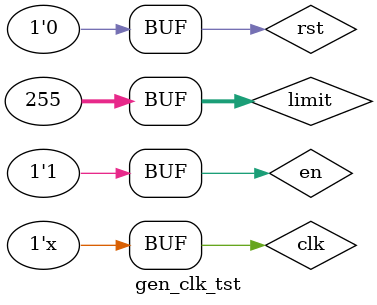
<source format=v>
`timescale 1ns / 1ps


module gen_clk_tst;

	// Inputs
	reg clk;
	reg rst;
	reg en;
	reg [31:0] limit;
	wire [31:0] count;

	// Outputs
	wire clk_0;

	// Instantiate the Unit Under Test (UUT)
	clk_generator uut (
		.clk(clk), 
		.en(en), 
		.limit(limit), 
		.count(count), 
		.clk_0(clk_0)
	);
	
	clk_counter counter(
		.clk(clk), 
		.en(en), 
		.rst(rst), 
		.count(count)
	);
	
	initial begin
		// Initialize Inputs
		clk = 0;
		rst = 1;
		en = 0;
		limit = 0;

		// Wait 100 ns for global reset to finish
		#100;
      rst = 0;
		// Add stimulus here
		limit = 32'h000000FF;
		#100;
		en = 1;
	end
   always #5 clk = ~clk;
endmodule
</source>
